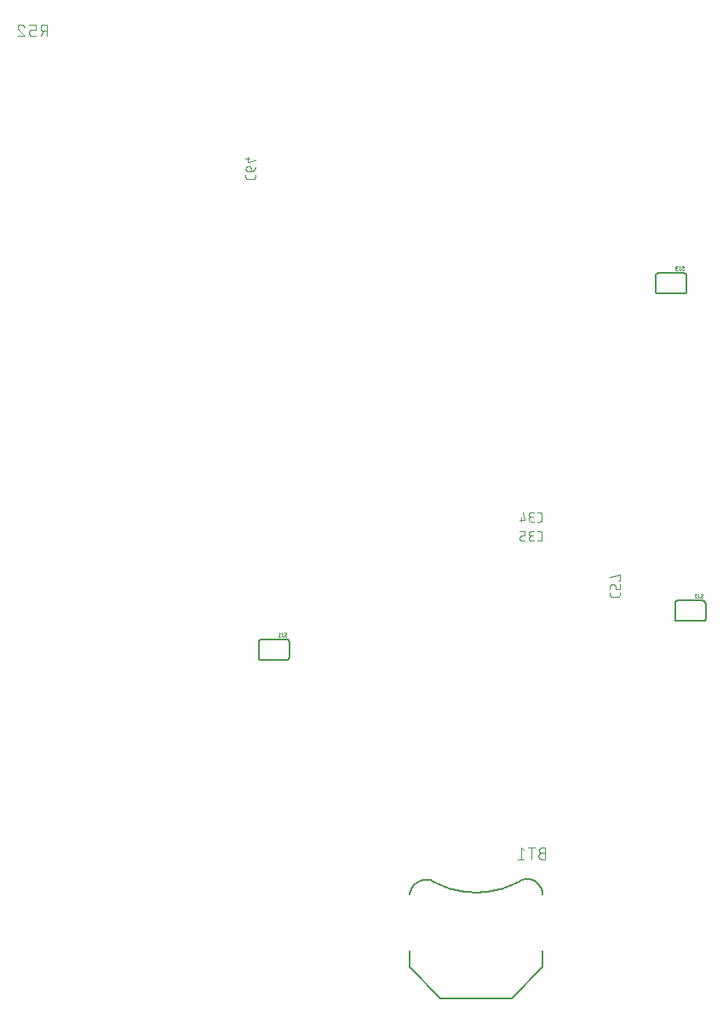
<source format=gbr>
G04 EAGLE Gerber RS-274X export*
G75*
%MOMM*%
%FSLAX34Y34*%
%LPD*%
%INSilkscreen Bottom*%
%IPPOS*%
%AMOC8*
5,1,8,0,0,1.08239X$1,22.5*%
G01*
%ADD10C,0.076200*%
%ADD11C,0.152400*%
%ADD12C,0.025400*%
%ADD13C,0.200000*%
%ADD14C,0.101600*%


D10*
X682505Y499651D02*
X684593Y499651D01*
X684682Y499653D01*
X684770Y499659D01*
X684858Y499668D01*
X684946Y499681D01*
X685033Y499698D01*
X685119Y499718D01*
X685204Y499743D01*
X685289Y499770D01*
X685372Y499802D01*
X685453Y499836D01*
X685533Y499875D01*
X685611Y499916D01*
X685688Y499961D01*
X685762Y500009D01*
X685835Y500060D01*
X685905Y500114D01*
X685972Y500172D01*
X686038Y500232D01*
X686100Y500294D01*
X686160Y500360D01*
X686218Y500427D01*
X686272Y500497D01*
X686323Y500570D01*
X686371Y500644D01*
X686416Y500721D01*
X686457Y500799D01*
X686496Y500879D01*
X686530Y500960D01*
X686562Y501043D01*
X686589Y501128D01*
X686614Y501213D01*
X686634Y501299D01*
X686651Y501386D01*
X686664Y501474D01*
X686673Y501562D01*
X686679Y501650D01*
X686681Y501739D01*
X686682Y501739D02*
X686682Y506961D01*
X686681Y506961D02*
X686679Y507050D01*
X686673Y507138D01*
X686664Y507226D01*
X686651Y507314D01*
X686634Y507401D01*
X686614Y507487D01*
X686589Y507572D01*
X686562Y507657D01*
X686530Y507740D01*
X686496Y507821D01*
X686457Y507901D01*
X686416Y507979D01*
X686371Y508056D01*
X686323Y508130D01*
X686272Y508203D01*
X686218Y508273D01*
X686160Y508340D01*
X686100Y508406D01*
X686038Y508468D01*
X685972Y508528D01*
X685905Y508586D01*
X685835Y508640D01*
X685762Y508691D01*
X685688Y508739D01*
X685611Y508784D01*
X685533Y508825D01*
X685453Y508864D01*
X685372Y508898D01*
X685289Y508930D01*
X685204Y508957D01*
X685119Y508982D01*
X685033Y509002D01*
X684946Y509019D01*
X684858Y509032D01*
X684770Y509041D01*
X684682Y509047D01*
X684593Y509049D01*
X682505Y509049D01*
X679036Y499651D02*
X676425Y499651D01*
X676324Y499653D01*
X676223Y499659D01*
X676122Y499669D01*
X676022Y499682D01*
X675922Y499700D01*
X675823Y499721D01*
X675725Y499747D01*
X675628Y499776D01*
X675532Y499808D01*
X675438Y499845D01*
X675345Y499885D01*
X675253Y499929D01*
X675164Y499976D01*
X675076Y500027D01*
X674990Y500081D01*
X674907Y500138D01*
X674825Y500198D01*
X674747Y500262D01*
X674670Y500328D01*
X674597Y500398D01*
X674526Y500470D01*
X674458Y500545D01*
X674393Y500623D01*
X674331Y500703D01*
X674272Y500785D01*
X674216Y500870D01*
X674164Y500957D01*
X674115Y501045D01*
X674069Y501136D01*
X674028Y501228D01*
X673989Y501322D01*
X673955Y501417D01*
X673924Y501513D01*
X673897Y501611D01*
X673873Y501709D01*
X673854Y501809D01*
X673838Y501909D01*
X673826Y502009D01*
X673818Y502110D01*
X673814Y502211D01*
X673814Y502313D01*
X673818Y502414D01*
X673826Y502515D01*
X673838Y502615D01*
X673854Y502715D01*
X673873Y502815D01*
X673897Y502913D01*
X673924Y503011D01*
X673955Y503107D01*
X673989Y503202D01*
X674028Y503296D01*
X674069Y503388D01*
X674115Y503479D01*
X674164Y503568D01*
X674216Y503654D01*
X674272Y503739D01*
X674331Y503821D01*
X674393Y503901D01*
X674458Y503979D01*
X674526Y504054D01*
X674597Y504126D01*
X674670Y504196D01*
X674747Y504262D01*
X674825Y504326D01*
X674907Y504386D01*
X674990Y504443D01*
X675076Y504497D01*
X675164Y504548D01*
X675253Y504595D01*
X675345Y504639D01*
X675438Y504679D01*
X675532Y504716D01*
X675628Y504748D01*
X675725Y504777D01*
X675823Y504803D01*
X675922Y504824D01*
X676022Y504842D01*
X676122Y504855D01*
X676223Y504865D01*
X676324Y504871D01*
X676425Y504873D01*
X675903Y509049D02*
X679036Y509049D01*
X675903Y509049D02*
X675813Y509047D01*
X675724Y509041D01*
X675634Y509032D01*
X675545Y509018D01*
X675457Y509001D01*
X675370Y508980D01*
X675283Y508955D01*
X675198Y508926D01*
X675114Y508894D01*
X675032Y508859D01*
X674951Y508819D01*
X674872Y508777D01*
X674795Y508731D01*
X674720Y508681D01*
X674647Y508629D01*
X674576Y508573D01*
X674508Y508515D01*
X674443Y508453D01*
X674380Y508389D01*
X674320Y508322D01*
X674263Y508253D01*
X674209Y508181D01*
X674158Y508107D01*
X674110Y508031D01*
X674066Y507953D01*
X674025Y507873D01*
X673987Y507791D01*
X673953Y507708D01*
X673923Y507623D01*
X673896Y507537D01*
X673873Y507451D01*
X673854Y507363D01*
X673839Y507274D01*
X673827Y507185D01*
X673819Y507096D01*
X673815Y507006D01*
X673815Y506916D01*
X673819Y506826D01*
X673827Y506737D01*
X673839Y506648D01*
X673854Y506559D01*
X673873Y506471D01*
X673896Y506385D01*
X673923Y506299D01*
X673953Y506214D01*
X673987Y506131D01*
X674025Y506049D01*
X674066Y505969D01*
X674110Y505891D01*
X674158Y505815D01*
X674209Y505741D01*
X674263Y505669D01*
X674320Y505600D01*
X674380Y505533D01*
X674443Y505469D01*
X674508Y505407D01*
X674576Y505349D01*
X674647Y505293D01*
X674720Y505241D01*
X674795Y505191D01*
X674872Y505145D01*
X674951Y505103D01*
X675032Y505063D01*
X675114Y505028D01*
X675198Y504996D01*
X675283Y504967D01*
X675370Y504942D01*
X675457Y504921D01*
X675545Y504904D01*
X675634Y504890D01*
X675724Y504881D01*
X675813Y504875D01*
X675903Y504873D01*
X675903Y504872D02*
X677992Y504872D01*
X669892Y501739D02*
X667803Y509049D01*
X669892Y501739D02*
X664671Y501739D01*
X666237Y503828D02*
X666237Y499651D01*
X682505Y480636D02*
X684593Y480636D01*
X684682Y480638D01*
X684770Y480644D01*
X684858Y480653D01*
X684946Y480666D01*
X685033Y480683D01*
X685119Y480703D01*
X685204Y480728D01*
X685289Y480755D01*
X685372Y480787D01*
X685453Y480821D01*
X685533Y480860D01*
X685611Y480901D01*
X685688Y480946D01*
X685762Y480994D01*
X685835Y481045D01*
X685905Y481099D01*
X685972Y481157D01*
X686038Y481217D01*
X686100Y481279D01*
X686160Y481345D01*
X686218Y481412D01*
X686272Y481482D01*
X686323Y481555D01*
X686371Y481629D01*
X686416Y481706D01*
X686457Y481784D01*
X686496Y481864D01*
X686530Y481945D01*
X686562Y482028D01*
X686589Y482113D01*
X686614Y482198D01*
X686634Y482284D01*
X686651Y482371D01*
X686664Y482459D01*
X686673Y482547D01*
X686679Y482635D01*
X686681Y482724D01*
X686682Y482724D02*
X686682Y487946D01*
X686681Y487946D02*
X686679Y488035D01*
X686673Y488123D01*
X686664Y488211D01*
X686651Y488299D01*
X686634Y488386D01*
X686614Y488472D01*
X686589Y488557D01*
X686562Y488642D01*
X686530Y488725D01*
X686496Y488806D01*
X686457Y488886D01*
X686416Y488964D01*
X686371Y489041D01*
X686323Y489115D01*
X686272Y489188D01*
X686218Y489258D01*
X686160Y489325D01*
X686100Y489391D01*
X686038Y489453D01*
X685972Y489513D01*
X685905Y489571D01*
X685835Y489625D01*
X685762Y489676D01*
X685688Y489724D01*
X685611Y489769D01*
X685533Y489810D01*
X685453Y489849D01*
X685372Y489883D01*
X685289Y489915D01*
X685204Y489942D01*
X685119Y489967D01*
X685033Y489987D01*
X684946Y490004D01*
X684858Y490017D01*
X684770Y490026D01*
X684682Y490032D01*
X684593Y490034D01*
X682505Y490034D01*
X679036Y480636D02*
X676425Y480636D01*
X676324Y480638D01*
X676223Y480644D01*
X676122Y480654D01*
X676022Y480667D01*
X675922Y480685D01*
X675823Y480706D01*
X675725Y480732D01*
X675628Y480761D01*
X675532Y480793D01*
X675438Y480830D01*
X675345Y480870D01*
X675253Y480914D01*
X675164Y480961D01*
X675076Y481012D01*
X674990Y481066D01*
X674907Y481123D01*
X674825Y481183D01*
X674747Y481247D01*
X674670Y481313D01*
X674597Y481383D01*
X674526Y481455D01*
X674458Y481530D01*
X674393Y481608D01*
X674331Y481688D01*
X674272Y481770D01*
X674216Y481855D01*
X674164Y481942D01*
X674115Y482030D01*
X674069Y482121D01*
X674028Y482213D01*
X673989Y482307D01*
X673955Y482402D01*
X673924Y482498D01*
X673897Y482596D01*
X673873Y482694D01*
X673854Y482794D01*
X673838Y482894D01*
X673826Y482994D01*
X673818Y483095D01*
X673814Y483196D01*
X673814Y483298D01*
X673818Y483399D01*
X673826Y483500D01*
X673838Y483600D01*
X673854Y483700D01*
X673873Y483800D01*
X673897Y483898D01*
X673924Y483996D01*
X673955Y484092D01*
X673989Y484187D01*
X674028Y484281D01*
X674069Y484373D01*
X674115Y484464D01*
X674164Y484553D01*
X674216Y484639D01*
X674272Y484724D01*
X674331Y484806D01*
X674393Y484886D01*
X674458Y484964D01*
X674526Y485039D01*
X674597Y485111D01*
X674670Y485181D01*
X674747Y485247D01*
X674825Y485311D01*
X674907Y485371D01*
X674990Y485428D01*
X675076Y485482D01*
X675164Y485533D01*
X675253Y485580D01*
X675345Y485624D01*
X675438Y485664D01*
X675532Y485701D01*
X675628Y485733D01*
X675725Y485762D01*
X675823Y485788D01*
X675922Y485809D01*
X676022Y485827D01*
X676122Y485840D01*
X676223Y485850D01*
X676324Y485856D01*
X676425Y485858D01*
X675903Y490034D02*
X679036Y490034D01*
X675903Y490034D02*
X675813Y490032D01*
X675724Y490026D01*
X675634Y490017D01*
X675545Y490003D01*
X675457Y489986D01*
X675370Y489965D01*
X675283Y489940D01*
X675198Y489911D01*
X675114Y489879D01*
X675032Y489844D01*
X674951Y489804D01*
X674872Y489762D01*
X674795Y489716D01*
X674720Y489666D01*
X674647Y489614D01*
X674576Y489558D01*
X674508Y489500D01*
X674443Y489438D01*
X674380Y489374D01*
X674320Y489307D01*
X674263Y489238D01*
X674209Y489166D01*
X674158Y489092D01*
X674110Y489016D01*
X674066Y488938D01*
X674025Y488858D01*
X673987Y488776D01*
X673953Y488693D01*
X673923Y488608D01*
X673896Y488522D01*
X673873Y488436D01*
X673854Y488348D01*
X673839Y488259D01*
X673827Y488170D01*
X673819Y488081D01*
X673815Y487991D01*
X673815Y487901D01*
X673819Y487811D01*
X673827Y487722D01*
X673839Y487633D01*
X673854Y487544D01*
X673873Y487456D01*
X673896Y487370D01*
X673923Y487284D01*
X673953Y487199D01*
X673987Y487116D01*
X674025Y487034D01*
X674066Y486954D01*
X674110Y486876D01*
X674158Y486800D01*
X674209Y486726D01*
X674263Y486654D01*
X674320Y486585D01*
X674380Y486518D01*
X674443Y486454D01*
X674508Y486392D01*
X674576Y486334D01*
X674647Y486278D01*
X674720Y486226D01*
X674795Y486176D01*
X674872Y486130D01*
X674951Y486088D01*
X675032Y486048D01*
X675114Y486013D01*
X675198Y485981D01*
X675283Y485952D01*
X675370Y485927D01*
X675457Y485906D01*
X675545Y485889D01*
X675634Y485875D01*
X675724Y485866D01*
X675813Y485860D01*
X675903Y485858D01*
X675903Y485857D02*
X677992Y485857D01*
X669892Y480636D02*
X666759Y480636D01*
X666670Y480638D01*
X666582Y480644D01*
X666494Y480653D01*
X666406Y480666D01*
X666319Y480683D01*
X666233Y480703D01*
X666148Y480728D01*
X666063Y480755D01*
X665980Y480787D01*
X665899Y480821D01*
X665819Y480860D01*
X665741Y480901D01*
X665664Y480946D01*
X665590Y480994D01*
X665517Y481045D01*
X665447Y481099D01*
X665380Y481157D01*
X665314Y481217D01*
X665252Y481279D01*
X665192Y481345D01*
X665134Y481412D01*
X665080Y481482D01*
X665029Y481555D01*
X664981Y481629D01*
X664936Y481706D01*
X664895Y481784D01*
X664856Y481864D01*
X664822Y481945D01*
X664790Y482028D01*
X664763Y482113D01*
X664738Y482198D01*
X664718Y482284D01*
X664701Y482371D01*
X664688Y482459D01*
X664679Y482547D01*
X664673Y482635D01*
X664671Y482724D01*
X664671Y483769D01*
X664673Y483858D01*
X664679Y483946D01*
X664688Y484034D01*
X664701Y484122D01*
X664718Y484209D01*
X664738Y484295D01*
X664763Y484380D01*
X664790Y484465D01*
X664822Y484548D01*
X664856Y484629D01*
X664895Y484709D01*
X664936Y484787D01*
X664981Y484864D01*
X665029Y484938D01*
X665080Y485011D01*
X665134Y485081D01*
X665192Y485148D01*
X665252Y485214D01*
X665314Y485276D01*
X665380Y485336D01*
X665447Y485394D01*
X665517Y485448D01*
X665590Y485499D01*
X665664Y485547D01*
X665741Y485592D01*
X665819Y485633D01*
X665899Y485672D01*
X665980Y485706D01*
X666063Y485738D01*
X666148Y485765D01*
X666233Y485790D01*
X666319Y485810D01*
X666406Y485827D01*
X666494Y485840D01*
X666582Y485849D01*
X666670Y485855D01*
X666759Y485857D01*
X669892Y485857D01*
X669892Y490034D01*
X664671Y490034D01*
X754611Y428988D02*
X754611Y426899D01*
X754613Y426810D01*
X754619Y426722D01*
X754628Y426634D01*
X754641Y426546D01*
X754658Y426459D01*
X754678Y426373D01*
X754703Y426288D01*
X754730Y426203D01*
X754762Y426120D01*
X754796Y426039D01*
X754835Y425959D01*
X754876Y425881D01*
X754921Y425804D01*
X754969Y425730D01*
X755020Y425657D01*
X755074Y425587D01*
X755132Y425520D01*
X755192Y425454D01*
X755254Y425392D01*
X755320Y425332D01*
X755387Y425274D01*
X755457Y425220D01*
X755530Y425169D01*
X755604Y425121D01*
X755681Y425076D01*
X755759Y425035D01*
X755839Y424996D01*
X755920Y424962D01*
X756003Y424930D01*
X756088Y424903D01*
X756173Y424878D01*
X756259Y424858D01*
X756346Y424841D01*
X756434Y424828D01*
X756522Y424819D01*
X756610Y424813D01*
X756699Y424811D01*
X761921Y424811D01*
X762012Y424813D01*
X762103Y424819D01*
X762194Y424829D01*
X762284Y424843D01*
X762373Y424860D01*
X762461Y424882D01*
X762549Y424908D01*
X762635Y424937D01*
X762720Y424970D01*
X762803Y425007D01*
X762885Y425047D01*
X762965Y425091D01*
X763043Y425138D01*
X763119Y425189D01*
X763192Y425242D01*
X763263Y425299D01*
X763332Y425360D01*
X763397Y425423D01*
X763460Y425488D01*
X763520Y425557D01*
X763578Y425628D01*
X763631Y425701D01*
X763682Y425777D01*
X763729Y425855D01*
X763773Y425935D01*
X763813Y426017D01*
X763850Y426100D01*
X763883Y426185D01*
X763912Y426271D01*
X763938Y426359D01*
X763960Y426447D01*
X763977Y426536D01*
X763991Y426626D01*
X764001Y426717D01*
X764007Y426808D01*
X764009Y426899D01*
X764009Y428988D01*
X754611Y432457D02*
X754611Y435589D01*
X754613Y435678D01*
X754619Y435766D01*
X754628Y435854D01*
X754641Y435942D01*
X754658Y436029D01*
X754678Y436115D01*
X754703Y436200D01*
X754730Y436285D01*
X754762Y436368D01*
X754796Y436449D01*
X754835Y436529D01*
X754876Y436607D01*
X754921Y436684D01*
X754969Y436758D01*
X755020Y436831D01*
X755074Y436901D01*
X755132Y436968D01*
X755192Y437034D01*
X755254Y437096D01*
X755320Y437156D01*
X755387Y437214D01*
X755457Y437268D01*
X755530Y437319D01*
X755604Y437367D01*
X755681Y437412D01*
X755759Y437453D01*
X755839Y437492D01*
X755920Y437526D01*
X756003Y437558D01*
X756088Y437585D01*
X756173Y437610D01*
X756259Y437630D01*
X756346Y437647D01*
X756434Y437660D01*
X756522Y437669D01*
X756610Y437675D01*
X756699Y437677D01*
X756699Y437678D02*
X757744Y437678D01*
X757744Y437677D02*
X757833Y437675D01*
X757921Y437669D01*
X758009Y437660D01*
X758097Y437647D01*
X758184Y437630D01*
X758270Y437610D01*
X758355Y437585D01*
X758440Y437558D01*
X758523Y437526D01*
X758604Y437492D01*
X758684Y437453D01*
X758762Y437412D01*
X758839Y437367D01*
X758913Y437319D01*
X758986Y437268D01*
X759056Y437214D01*
X759123Y437156D01*
X759189Y437096D01*
X759251Y437034D01*
X759311Y436968D01*
X759369Y436901D01*
X759423Y436831D01*
X759474Y436758D01*
X759522Y436684D01*
X759567Y436607D01*
X759608Y436529D01*
X759647Y436449D01*
X759681Y436368D01*
X759713Y436285D01*
X759740Y436200D01*
X759765Y436115D01*
X759785Y436029D01*
X759802Y435942D01*
X759815Y435854D01*
X759824Y435766D01*
X759830Y435678D01*
X759832Y435589D01*
X759832Y432457D01*
X764009Y432457D01*
X764009Y437678D01*
X764009Y441601D02*
X762965Y441601D01*
X764009Y441601D02*
X764009Y446822D01*
X754611Y444211D01*
D11*
X432975Y362690D02*
X407575Y362690D01*
X405035Y380470D02*
X405037Y380570D01*
X405043Y380669D01*
X405053Y380769D01*
X405066Y380867D01*
X405084Y380966D01*
X405105Y381063D01*
X405130Y381159D01*
X405159Y381255D01*
X405192Y381349D01*
X405228Y381442D01*
X405268Y381533D01*
X405312Y381623D01*
X405359Y381711D01*
X405409Y381797D01*
X405463Y381881D01*
X405520Y381963D01*
X405580Y382042D01*
X405644Y382120D01*
X405710Y382194D01*
X405779Y382266D01*
X405851Y382335D01*
X405925Y382401D01*
X406003Y382465D01*
X406082Y382525D01*
X406164Y382582D01*
X406248Y382636D01*
X406334Y382686D01*
X406422Y382733D01*
X406512Y382777D01*
X406603Y382817D01*
X406696Y382853D01*
X406790Y382886D01*
X406886Y382915D01*
X406982Y382940D01*
X407079Y382961D01*
X407178Y382979D01*
X407276Y382992D01*
X407376Y383002D01*
X407475Y383008D01*
X407575Y383010D01*
X432975Y383010D02*
X433075Y383008D01*
X433174Y383002D01*
X433274Y382992D01*
X433372Y382979D01*
X433471Y382961D01*
X433568Y382940D01*
X433664Y382915D01*
X433760Y382886D01*
X433854Y382853D01*
X433947Y382817D01*
X434038Y382777D01*
X434128Y382733D01*
X434216Y382686D01*
X434302Y382636D01*
X434386Y382582D01*
X434468Y382525D01*
X434547Y382465D01*
X434625Y382401D01*
X434699Y382335D01*
X434771Y382266D01*
X434840Y382194D01*
X434906Y382120D01*
X434970Y382042D01*
X435030Y381963D01*
X435087Y381881D01*
X435141Y381797D01*
X435191Y381711D01*
X435238Y381623D01*
X435282Y381533D01*
X435322Y381442D01*
X435358Y381349D01*
X435391Y381255D01*
X435420Y381159D01*
X435445Y381063D01*
X435466Y380966D01*
X435484Y380867D01*
X435497Y380769D01*
X435507Y380669D01*
X435513Y380570D01*
X435515Y380470D01*
X435515Y365230D02*
X435513Y365130D01*
X435507Y365031D01*
X435497Y364931D01*
X435484Y364833D01*
X435466Y364734D01*
X435445Y364637D01*
X435420Y364541D01*
X435391Y364445D01*
X435358Y364351D01*
X435322Y364258D01*
X435282Y364167D01*
X435238Y364077D01*
X435191Y363989D01*
X435141Y363903D01*
X435087Y363819D01*
X435030Y363737D01*
X434970Y363658D01*
X434906Y363580D01*
X434840Y363506D01*
X434771Y363434D01*
X434699Y363365D01*
X434625Y363299D01*
X434547Y363235D01*
X434468Y363175D01*
X434386Y363118D01*
X434302Y363064D01*
X434216Y363014D01*
X434128Y362967D01*
X434038Y362923D01*
X433947Y362883D01*
X433854Y362847D01*
X433760Y362814D01*
X433664Y362785D01*
X433568Y362760D01*
X433471Y362739D01*
X433372Y362721D01*
X433274Y362708D01*
X433174Y362698D01*
X433075Y362692D01*
X432975Y362690D01*
X407575Y362690D02*
X407475Y362692D01*
X407376Y362698D01*
X407276Y362708D01*
X407178Y362721D01*
X407079Y362739D01*
X406982Y362760D01*
X406886Y362785D01*
X406790Y362814D01*
X406696Y362847D01*
X406603Y362883D01*
X406512Y362923D01*
X406422Y362967D01*
X406334Y363014D01*
X406248Y363064D01*
X406164Y363118D01*
X406082Y363175D01*
X406003Y363235D01*
X405925Y363299D01*
X405851Y363365D01*
X405779Y363434D01*
X405710Y363506D01*
X405644Y363580D01*
X405580Y363658D01*
X405520Y363737D01*
X405463Y363819D01*
X405409Y363903D01*
X405359Y363989D01*
X405312Y364077D01*
X405268Y364167D01*
X405228Y364258D01*
X405192Y364351D01*
X405159Y364445D01*
X405130Y364541D01*
X405105Y364637D01*
X405084Y364734D01*
X405066Y364833D01*
X405053Y364931D01*
X405043Y365031D01*
X405037Y365130D01*
X405035Y365230D01*
X405035Y380470D01*
X435515Y380470D02*
X435515Y365230D01*
X432975Y383010D02*
X407575Y383010D01*
D12*
X430731Y386524D02*
X430733Y386469D01*
X430738Y386413D01*
X430747Y386359D01*
X430760Y386305D01*
X430776Y386252D01*
X430795Y386200D01*
X430818Y386149D01*
X430844Y386101D01*
X430874Y386053D01*
X430906Y386008D01*
X430941Y385966D01*
X430979Y385925D01*
X431020Y385887D01*
X431062Y385852D01*
X431107Y385820D01*
X431155Y385790D01*
X431203Y385764D01*
X431254Y385741D01*
X431306Y385722D01*
X431359Y385706D01*
X431413Y385693D01*
X431467Y385684D01*
X431523Y385679D01*
X431578Y385677D01*
X431661Y385679D01*
X431744Y385685D01*
X431826Y385694D01*
X431908Y385708D01*
X431990Y385725D01*
X432070Y385746D01*
X432149Y385771D01*
X432228Y385799D01*
X432304Y385831D01*
X432379Y385867D01*
X432453Y385905D01*
X432524Y385948D01*
X432594Y385993D01*
X432661Y386042D01*
X432726Y386094D01*
X432788Y386149D01*
X432848Y386206D01*
X432743Y388640D02*
X432741Y388695D01*
X432736Y388751D01*
X432727Y388805D01*
X432714Y388859D01*
X432698Y388912D01*
X432679Y388964D01*
X432656Y389015D01*
X432630Y389064D01*
X432600Y389111D01*
X432568Y389156D01*
X432533Y389198D01*
X432495Y389239D01*
X432454Y389277D01*
X432412Y389312D01*
X432367Y389344D01*
X432320Y389374D01*
X432271Y389400D01*
X432220Y389423D01*
X432168Y389442D01*
X432115Y389458D01*
X432061Y389471D01*
X432007Y389480D01*
X431951Y389485D01*
X431896Y389487D01*
X431896Y389488D02*
X431817Y389486D01*
X431739Y389480D01*
X431661Y389471D01*
X431584Y389457D01*
X431507Y389440D01*
X431431Y389418D01*
X431357Y389394D01*
X431283Y389365D01*
X431212Y389333D01*
X431142Y389297D01*
X431073Y389258D01*
X431007Y389216D01*
X430943Y389170D01*
X432319Y387899D02*
X432366Y387929D01*
X432411Y387962D01*
X432454Y387998D01*
X432494Y388036D01*
X432532Y388077D01*
X432567Y388120D01*
X432599Y388166D01*
X432629Y388213D01*
X432655Y388263D01*
X432678Y388314D01*
X432697Y388366D01*
X432713Y388419D01*
X432726Y388474D01*
X432735Y388529D01*
X432740Y388584D01*
X432742Y388640D01*
X431154Y387265D02*
X431107Y387235D01*
X431062Y387202D01*
X431019Y387166D01*
X430979Y387128D01*
X430941Y387087D01*
X430906Y387044D01*
X430874Y386998D01*
X430844Y386951D01*
X430818Y386901D01*
X430795Y386850D01*
X430776Y386798D01*
X430760Y386745D01*
X430747Y386690D01*
X430738Y386635D01*
X430733Y386580D01*
X430731Y386524D01*
X431155Y387265D02*
X432319Y387900D01*
X428402Y386524D02*
X428402Y389487D01*
X428401Y386524D02*
X428403Y386469D01*
X428408Y386413D01*
X428417Y386359D01*
X428430Y386305D01*
X428446Y386252D01*
X428465Y386200D01*
X428488Y386149D01*
X428514Y386101D01*
X428544Y386053D01*
X428576Y386008D01*
X428611Y385966D01*
X428649Y385925D01*
X428690Y385887D01*
X428732Y385852D01*
X428777Y385820D01*
X428825Y385790D01*
X428873Y385764D01*
X428924Y385741D01*
X428976Y385722D01*
X429029Y385706D01*
X429083Y385693D01*
X429137Y385684D01*
X429193Y385679D01*
X429248Y385677D01*
X429672Y385677D01*
X426752Y388640D02*
X425694Y389487D01*
X425694Y385677D01*
X426752Y385677D02*
X424635Y385677D01*
D13*
X687400Y73825D02*
X687400Y57725D01*
X657050Y26175D01*
X585650Y26175D01*
X555300Y57725D01*
X555300Y73825D01*
X576450Y143625D02*
X578357Y142555D01*
X580290Y141531D01*
X582247Y140555D01*
X584227Y139627D01*
X586229Y138747D01*
X588252Y137916D01*
X590294Y137135D01*
X592355Y136404D01*
X594434Y135723D01*
X596528Y135093D01*
X598637Y134514D01*
X600759Y133987D01*
X602894Y133511D01*
X605039Y133088D01*
X607194Y132717D01*
X609358Y132398D01*
X611528Y132133D01*
X613705Y131920D01*
X615886Y131760D01*
X618070Y131654D01*
X620257Y131601D01*
X622443Y131601D01*
X624630Y131654D01*
X626814Y131760D01*
X628995Y131920D01*
X631172Y132133D01*
X633342Y132398D01*
X635506Y132717D01*
X637661Y133088D01*
X639806Y133511D01*
X641941Y133987D01*
X644063Y134514D01*
X646172Y135093D01*
X648266Y135723D01*
X650345Y136404D01*
X652406Y137135D01*
X654448Y137916D01*
X656471Y138747D01*
X658473Y139627D01*
X660453Y140555D01*
X662410Y141531D01*
X664343Y142555D01*
X666250Y143625D01*
X576450Y143625D02*
X576064Y143735D01*
X575676Y143835D01*
X575285Y143925D01*
X574891Y144006D01*
X574497Y144077D01*
X574100Y144139D01*
X573702Y144191D01*
X573303Y144234D01*
X572903Y144267D01*
X572503Y144290D01*
X572102Y144303D01*
X571700Y144307D01*
X571299Y144301D01*
X570898Y144285D01*
X570498Y144260D01*
X570098Y144224D01*
X569699Y144180D01*
X569301Y144125D01*
X568905Y144061D01*
X568511Y143987D01*
X568118Y143904D01*
X567728Y143811D01*
X567340Y143709D01*
X566954Y143597D01*
X566572Y143477D01*
X566192Y143346D01*
X565816Y143207D01*
X565443Y143059D01*
X565074Y142902D01*
X564708Y142735D01*
X564347Y142560D01*
X563991Y142376D01*
X563638Y142184D01*
X563291Y141983D01*
X562948Y141774D01*
X562611Y141557D01*
X562279Y141331D01*
X561953Y141098D01*
X561632Y140856D01*
X561318Y140607D01*
X561009Y140351D01*
X560707Y140087D01*
X560411Y139815D01*
X560122Y139537D01*
X559840Y139252D01*
X559565Y138960D01*
X559297Y138661D01*
X559036Y138356D01*
X558783Y138045D01*
X558537Y137727D01*
X558299Y137404D01*
X558069Y137075D01*
X557847Y136741D01*
X557633Y136401D01*
X557428Y136057D01*
X557231Y135707D01*
X557042Y135353D01*
X556862Y134994D01*
X556691Y134631D01*
X556529Y134264D01*
X556375Y133893D01*
X556231Y133519D01*
X556096Y133141D01*
X555970Y132760D01*
X555853Y132376D01*
X555746Y131990D01*
X555648Y131600D01*
X555559Y131209D01*
X555480Y130816D01*
X555410Y130420D01*
X555351Y130024D01*
X555300Y129625D01*
X666150Y143626D02*
X666489Y143770D01*
X666832Y143905D01*
X667177Y144033D01*
X667526Y144152D01*
X667877Y144262D01*
X668231Y144364D01*
X668587Y144457D01*
X668946Y144542D01*
X669306Y144617D01*
X669669Y144684D01*
X670032Y144743D01*
X670397Y144792D01*
X670763Y144832D01*
X671130Y144864D01*
X671498Y144887D01*
X671866Y144900D01*
X672234Y144905D01*
X672603Y144901D01*
X672971Y144888D01*
X673338Y144866D01*
X673705Y144834D01*
X674071Y144795D01*
X674437Y144746D01*
X674800Y144688D01*
X675163Y144622D01*
X675523Y144546D01*
X675882Y144462D01*
X676238Y144369D01*
X676592Y144268D01*
X676944Y144158D01*
X677293Y144040D01*
X677638Y143913D01*
X677981Y143778D01*
X678320Y143634D01*
X678656Y143482D01*
X678988Y143323D01*
X679315Y143155D01*
X679639Y142979D01*
X679958Y142795D01*
X680273Y142604D01*
X680583Y142405D01*
X680888Y142199D01*
X681188Y141985D01*
X681483Y141764D01*
X681772Y141536D01*
X682056Y141301D01*
X682334Y141059D01*
X682605Y140811D01*
X682871Y140556D01*
X683131Y140294D01*
X683384Y140027D01*
X683630Y139753D01*
X683870Y139473D01*
X684103Y139188D01*
X684329Y138897D01*
X684547Y138601D01*
X684759Y138299D01*
X684963Y137993D01*
X685160Y137681D01*
X685348Y137365D01*
X685530Y137044D01*
X685703Y136719D01*
X685868Y136390D01*
X686026Y136057D01*
X686175Y135721D01*
X686316Y135380D01*
X686449Y135037D01*
X686573Y134690D01*
X686689Y134340D01*
X686796Y133988D01*
X686895Y133633D01*
X686985Y133276D01*
X687066Y132917D01*
X687139Y132556D01*
X687203Y132193D01*
X687258Y131829D01*
X687304Y131463D01*
X687341Y131097D01*
X687369Y130730D01*
X687389Y130362D01*
X687399Y129994D01*
X687400Y129625D01*
X555300Y73825D02*
X555250Y70825D01*
D14*
X686646Y170982D02*
X689894Y170982D01*
X686646Y170982D02*
X686534Y170980D01*
X686422Y170974D01*
X686310Y170965D01*
X686199Y170951D01*
X686088Y170934D01*
X685978Y170913D01*
X685869Y170888D01*
X685760Y170859D01*
X685653Y170826D01*
X685547Y170790D01*
X685442Y170751D01*
X685339Y170707D01*
X685237Y170660D01*
X685137Y170610D01*
X685038Y170556D01*
X684942Y170499D01*
X684847Y170439D01*
X684755Y170375D01*
X684665Y170308D01*
X684577Y170238D01*
X684492Y170165D01*
X684410Y170089D01*
X684330Y170011D01*
X684252Y169929D01*
X684178Y169846D01*
X684107Y169759D01*
X684038Y169670D01*
X683973Y169579D01*
X683911Y169486D01*
X683852Y169390D01*
X683797Y169293D01*
X683744Y169194D01*
X683696Y169093D01*
X683651Y168990D01*
X683609Y168886D01*
X683571Y168780D01*
X683537Y168673D01*
X683506Y168566D01*
X683479Y168457D01*
X683456Y168347D01*
X683437Y168237D01*
X683422Y168126D01*
X683410Y168014D01*
X683402Y167902D01*
X683398Y167790D01*
X683398Y167678D01*
X683402Y167566D01*
X683410Y167454D01*
X683422Y167342D01*
X683437Y167231D01*
X683456Y167121D01*
X683479Y167011D01*
X683506Y166902D01*
X683537Y166795D01*
X683571Y166688D01*
X683609Y166582D01*
X683651Y166478D01*
X683696Y166375D01*
X683744Y166274D01*
X683797Y166175D01*
X683852Y166078D01*
X683911Y165982D01*
X683973Y165889D01*
X684038Y165798D01*
X684107Y165709D01*
X684178Y165622D01*
X684252Y165539D01*
X684330Y165457D01*
X684410Y165379D01*
X684492Y165303D01*
X684577Y165230D01*
X684665Y165160D01*
X684755Y165093D01*
X684847Y165029D01*
X684942Y164969D01*
X685038Y164912D01*
X685137Y164858D01*
X685237Y164808D01*
X685339Y164761D01*
X685442Y164717D01*
X685547Y164678D01*
X685653Y164642D01*
X685760Y164609D01*
X685869Y164580D01*
X685978Y164555D01*
X686088Y164534D01*
X686199Y164517D01*
X686310Y164503D01*
X686422Y164494D01*
X686534Y164488D01*
X686646Y164486D01*
X689894Y164486D01*
X689894Y176179D01*
X686646Y176179D01*
X686646Y176180D02*
X686545Y176178D01*
X686445Y176172D01*
X686344Y176162D01*
X686244Y176149D01*
X686145Y176131D01*
X686047Y176110D01*
X685949Y176085D01*
X685852Y176056D01*
X685757Y176023D01*
X685663Y175987D01*
X685571Y175947D01*
X685480Y175904D01*
X685390Y175857D01*
X685303Y175806D01*
X685218Y175752D01*
X685135Y175695D01*
X685054Y175635D01*
X684975Y175572D01*
X684899Y175506D01*
X684826Y175437D01*
X684756Y175365D01*
X684688Y175290D01*
X684623Y175213D01*
X684561Y175133D01*
X684503Y175051D01*
X684447Y174967D01*
X684395Y174881D01*
X684347Y174792D01*
X684301Y174702D01*
X684260Y174610D01*
X684221Y174517D01*
X684187Y174422D01*
X684156Y174326D01*
X684129Y174229D01*
X684106Y174131D01*
X684086Y174032D01*
X684071Y173933D01*
X684059Y173833D01*
X684051Y173732D01*
X684047Y173631D01*
X684047Y173531D01*
X684051Y173430D01*
X684059Y173329D01*
X684071Y173229D01*
X684086Y173130D01*
X684106Y173031D01*
X684129Y172933D01*
X684156Y172836D01*
X684187Y172740D01*
X684221Y172645D01*
X684260Y172552D01*
X684301Y172460D01*
X684347Y172370D01*
X684395Y172282D01*
X684447Y172195D01*
X684503Y172111D01*
X684561Y172029D01*
X684623Y171949D01*
X684688Y171872D01*
X684756Y171797D01*
X684826Y171725D01*
X684899Y171656D01*
X684975Y171590D01*
X685054Y171527D01*
X685135Y171467D01*
X685218Y171410D01*
X685303Y171356D01*
X685390Y171305D01*
X685480Y171258D01*
X685571Y171215D01*
X685663Y171175D01*
X685757Y171139D01*
X685852Y171106D01*
X685949Y171077D01*
X686047Y171052D01*
X686145Y171031D01*
X686244Y171013D01*
X686344Y171000D01*
X686445Y170990D01*
X686545Y170984D01*
X686646Y170982D01*
X676520Y176179D02*
X676520Y164486D01*
X679769Y176179D02*
X673272Y176179D01*
X669093Y173581D02*
X665844Y176179D01*
X665844Y164486D01*
X662596Y164486D02*
X669093Y164486D01*
D11*
X821525Y401003D02*
X846925Y401003D01*
X821525Y421323D02*
X821425Y421321D01*
X821326Y421315D01*
X821226Y421305D01*
X821128Y421292D01*
X821029Y421274D01*
X820932Y421253D01*
X820836Y421228D01*
X820740Y421199D01*
X820646Y421166D01*
X820553Y421130D01*
X820462Y421090D01*
X820372Y421046D01*
X820284Y420999D01*
X820198Y420949D01*
X820114Y420895D01*
X820032Y420838D01*
X819953Y420778D01*
X819875Y420714D01*
X819801Y420648D01*
X819729Y420579D01*
X819660Y420507D01*
X819594Y420433D01*
X819530Y420355D01*
X819470Y420276D01*
X819413Y420194D01*
X819359Y420110D01*
X819309Y420024D01*
X819262Y419936D01*
X819218Y419846D01*
X819178Y419755D01*
X819142Y419662D01*
X819109Y419568D01*
X819080Y419472D01*
X819055Y419376D01*
X819034Y419279D01*
X819016Y419180D01*
X819003Y419082D01*
X818993Y418982D01*
X818987Y418883D01*
X818985Y418783D01*
X846925Y421323D02*
X847025Y421321D01*
X847124Y421315D01*
X847224Y421305D01*
X847322Y421292D01*
X847421Y421274D01*
X847518Y421253D01*
X847614Y421228D01*
X847710Y421199D01*
X847804Y421166D01*
X847897Y421130D01*
X847988Y421090D01*
X848078Y421046D01*
X848166Y420999D01*
X848252Y420949D01*
X848336Y420895D01*
X848418Y420838D01*
X848497Y420778D01*
X848575Y420714D01*
X848649Y420648D01*
X848721Y420579D01*
X848790Y420507D01*
X848856Y420433D01*
X848920Y420355D01*
X848980Y420276D01*
X849037Y420194D01*
X849091Y420110D01*
X849141Y420024D01*
X849188Y419936D01*
X849232Y419846D01*
X849272Y419755D01*
X849308Y419662D01*
X849341Y419568D01*
X849370Y419472D01*
X849395Y419376D01*
X849416Y419279D01*
X849434Y419180D01*
X849447Y419082D01*
X849457Y418982D01*
X849463Y418883D01*
X849465Y418783D01*
X849465Y403543D02*
X849463Y403443D01*
X849457Y403344D01*
X849447Y403244D01*
X849434Y403146D01*
X849416Y403047D01*
X849395Y402950D01*
X849370Y402854D01*
X849341Y402758D01*
X849308Y402664D01*
X849272Y402571D01*
X849232Y402480D01*
X849188Y402390D01*
X849141Y402302D01*
X849091Y402216D01*
X849037Y402132D01*
X848980Y402050D01*
X848920Y401971D01*
X848856Y401893D01*
X848790Y401819D01*
X848721Y401747D01*
X848649Y401678D01*
X848575Y401612D01*
X848497Y401548D01*
X848418Y401488D01*
X848336Y401431D01*
X848252Y401377D01*
X848166Y401327D01*
X848078Y401280D01*
X847988Y401236D01*
X847897Y401196D01*
X847804Y401160D01*
X847710Y401127D01*
X847614Y401098D01*
X847518Y401073D01*
X847421Y401052D01*
X847322Y401034D01*
X847224Y401021D01*
X847124Y401011D01*
X847025Y401005D01*
X846925Y401003D01*
X821525Y401003D02*
X821425Y401005D01*
X821326Y401011D01*
X821226Y401021D01*
X821128Y401034D01*
X821029Y401052D01*
X820932Y401073D01*
X820836Y401098D01*
X820740Y401127D01*
X820646Y401160D01*
X820553Y401196D01*
X820462Y401236D01*
X820372Y401280D01*
X820284Y401327D01*
X820198Y401377D01*
X820114Y401431D01*
X820032Y401488D01*
X819953Y401548D01*
X819875Y401612D01*
X819801Y401678D01*
X819729Y401747D01*
X819660Y401819D01*
X819594Y401893D01*
X819530Y401971D01*
X819470Y402050D01*
X819413Y402132D01*
X819359Y402216D01*
X819309Y402302D01*
X819262Y402390D01*
X819218Y402480D01*
X819178Y402571D01*
X819142Y402664D01*
X819109Y402758D01*
X819080Y402854D01*
X819055Y402950D01*
X819034Y403047D01*
X819016Y403146D01*
X819003Y403244D01*
X818993Y403344D01*
X818987Y403443D01*
X818985Y403543D01*
X818985Y418783D01*
X849465Y418783D02*
X849465Y403543D01*
X846925Y421323D02*
X821525Y421323D01*
D12*
X844681Y424836D02*
X844683Y424781D01*
X844688Y424725D01*
X844697Y424671D01*
X844710Y424617D01*
X844726Y424564D01*
X844745Y424512D01*
X844768Y424461D01*
X844794Y424413D01*
X844824Y424365D01*
X844856Y424320D01*
X844891Y424278D01*
X844929Y424237D01*
X844970Y424199D01*
X845012Y424164D01*
X845057Y424132D01*
X845105Y424102D01*
X845153Y424076D01*
X845204Y424053D01*
X845256Y424034D01*
X845309Y424018D01*
X845363Y424005D01*
X845417Y423996D01*
X845473Y423991D01*
X845528Y423989D01*
X845611Y423991D01*
X845694Y423997D01*
X845776Y424006D01*
X845858Y424020D01*
X845940Y424037D01*
X846020Y424058D01*
X846099Y424083D01*
X846178Y424111D01*
X846254Y424143D01*
X846329Y424179D01*
X846403Y424217D01*
X846474Y424260D01*
X846544Y424305D01*
X846611Y424354D01*
X846676Y424406D01*
X846738Y424461D01*
X846798Y424518D01*
X846693Y426953D02*
X846691Y427008D01*
X846686Y427064D01*
X846677Y427118D01*
X846664Y427172D01*
X846648Y427225D01*
X846629Y427277D01*
X846606Y427328D01*
X846580Y427377D01*
X846550Y427424D01*
X846518Y427469D01*
X846483Y427511D01*
X846445Y427552D01*
X846404Y427590D01*
X846362Y427625D01*
X846317Y427657D01*
X846270Y427687D01*
X846221Y427713D01*
X846170Y427736D01*
X846118Y427755D01*
X846065Y427771D01*
X846011Y427784D01*
X845957Y427793D01*
X845901Y427798D01*
X845846Y427800D01*
X845767Y427798D01*
X845689Y427792D01*
X845611Y427783D01*
X845534Y427769D01*
X845457Y427752D01*
X845381Y427730D01*
X845307Y427706D01*
X845233Y427677D01*
X845162Y427645D01*
X845092Y427609D01*
X845023Y427570D01*
X844957Y427528D01*
X844893Y427482D01*
X846269Y426212D02*
X846316Y426242D01*
X846361Y426275D01*
X846404Y426311D01*
X846444Y426349D01*
X846482Y426390D01*
X846517Y426433D01*
X846549Y426479D01*
X846579Y426526D01*
X846605Y426576D01*
X846628Y426627D01*
X846647Y426679D01*
X846663Y426732D01*
X846676Y426787D01*
X846685Y426842D01*
X846690Y426897D01*
X846692Y426953D01*
X845104Y425577D02*
X845057Y425547D01*
X845012Y425514D01*
X844969Y425478D01*
X844929Y425440D01*
X844891Y425399D01*
X844856Y425356D01*
X844824Y425310D01*
X844794Y425263D01*
X844768Y425213D01*
X844745Y425162D01*
X844726Y425110D01*
X844710Y425057D01*
X844697Y425002D01*
X844688Y424947D01*
X844683Y424892D01*
X844681Y424836D01*
X845105Y425577D02*
X846269Y426212D01*
X842352Y424836D02*
X842352Y427800D01*
X842351Y424836D02*
X842353Y424781D01*
X842358Y424725D01*
X842367Y424671D01*
X842380Y424617D01*
X842396Y424564D01*
X842415Y424512D01*
X842438Y424461D01*
X842464Y424413D01*
X842494Y424365D01*
X842526Y424320D01*
X842561Y424278D01*
X842599Y424237D01*
X842640Y424199D01*
X842682Y424164D01*
X842727Y424132D01*
X842775Y424102D01*
X842823Y424076D01*
X842874Y424053D01*
X842926Y424034D01*
X842979Y424018D01*
X843033Y424005D01*
X843087Y423996D01*
X843143Y423991D01*
X843198Y423989D01*
X843198Y423990D02*
X843622Y423990D01*
X839538Y427800D02*
X839478Y427798D01*
X839419Y427792D01*
X839359Y427783D01*
X839301Y427770D01*
X839244Y427753D01*
X839187Y427733D01*
X839132Y427709D01*
X839079Y427682D01*
X839027Y427652D01*
X838978Y427618D01*
X838931Y427581D01*
X838886Y427542D01*
X838843Y427499D01*
X838804Y427454D01*
X838767Y427407D01*
X838733Y427358D01*
X838703Y427306D01*
X838676Y427253D01*
X838652Y427198D01*
X838632Y427141D01*
X838615Y427084D01*
X838602Y427026D01*
X838593Y426966D01*
X838587Y426907D01*
X838585Y426847D01*
X839538Y427800D02*
X839605Y427798D01*
X839672Y427793D01*
X839738Y427784D01*
X839804Y427771D01*
X839868Y427755D01*
X839932Y427735D01*
X839995Y427711D01*
X840057Y427685D01*
X840116Y427655D01*
X840174Y427622D01*
X840231Y427585D01*
X840285Y427546D01*
X840337Y427504D01*
X840386Y427459D01*
X840433Y427411D01*
X840477Y427361D01*
X840519Y427308D01*
X840557Y427253D01*
X840593Y427197D01*
X840625Y427138D01*
X840654Y427078D01*
X840680Y427016D01*
X840702Y426953D01*
X838903Y426106D02*
X838862Y426148D01*
X838823Y426193D01*
X838786Y426239D01*
X838752Y426288D01*
X838721Y426338D01*
X838694Y426390D01*
X838669Y426444D01*
X838647Y426499D01*
X838628Y426555D01*
X838613Y426612D01*
X838601Y426670D01*
X838593Y426729D01*
X838588Y426788D01*
X838586Y426847D01*
X838903Y426106D02*
X840702Y423990D01*
X838585Y423990D01*
D11*
X827875Y726440D02*
X802475Y726440D01*
X799935Y744220D02*
X799937Y744320D01*
X799943Y744419D01*
X799953Y744519D01*
X799966Y744617D01*
X799984Y744716D01*
X800005Y744813D01*
X800030Y744909D01*
X800059Y745005D01*
X800092Y745099D01*
X800128Y745192D01*
X800168Y745283D01*
X800212Y745373D01*
X800259Y745461D01*
X800309Y745547D01*
X800363Y745631D01*
X800420Y745713D01*
X800480Y745792D01*
X800544Y745870D01*
X800610Y745944D01*
X800679Y746016D01*
X800751Y746085D01*
X800825Y746151D01*
X800903Y746215D01*
X800982Y746275D01*
X801064Y746332D01*
X801148Y746386D01*
X801234Y746436D01*
X801322Y746483D01*
X801412Y746527D01*
X801503Y746567D01*
X801596Y746603D01*
X801690Y746636D01*
X801786Y746665D01*
X801882Y746690D01*
X801979Y746711D01*
X802078Y746729D01*
X802176Y746742D01*
X802276Y746752D01*
X802375Y746758D01*
X802475Y746760D01*
X827875Y746760D02*
X827975Y746758D01*
X828074Y746752D01*
X828174Y746742D01*
X828272Y746729D01*
X828371Y746711D01*
X828468Y746690D01*
X828564Y746665D01*
X828660Y746636D01*
X828754Y746603D01*
X828847Y746567D01*
X828938Y746527D01*
X829028Y746483D01*
X829116Y746436D01*
X829202Y746386D01*
X829286Y746332D01*
X829368Y746275D01*
X829447Y746215D01*
X829525Y746151D01*
X829599Y746085D01*
X829671Y746016D01*
X829740Y745944D01*
X829806Y745870D01*
X829870Y745792D01*
X829930Y745713D01*
X829987Y745631D01*
X830041Y745547D01*
X830091Y745461D01*
X830138Y745373D01*
X830182Y745283D01*
X830222Y745192D01*
X830258Y745099D01*
X830291Y745005D01*
X830320Y744909D01*
X830345Y744813D01*
X830366Y744716D01*
X830384Y744617D01*
X830397Y744519D01*
X830407Y744419D01*
X830413Y744320D01*
X830415Y744220D01*
X830415Y728980D02*
X830413Y728880D01*
X830407Y728781D01*
X830397Y728681D01*
X830384Y728583D01*
X830366Y728484D01*
X830345Y728387D01*
X830320Y728291D01*
X830291Y728195D01*
X830258Y728101D01*
X830222Y728008D01*
X830182Y727917D01*
X830138Y727827D01*
X830091Y727739D01*
X830041Y727653D01*
X829987Y727569D01*
X829930Y727487D01*
X829870Y727408D01*
X829806Y727330D01*
X829740Y727256D01*
X829671Y727184D01*
X829599Y727115D01*
X829525Y727049D01*
X829447Y726985D01*
X829368Y726925D01*
X829286Y726868D01*
X829202Y726814D01*
X829116Y726764D01*
X829028Y726717D01*
X828938Y726673D01*
X828847Y726633D01*
X828754Y726597D01*
X828660Y726564D01*
X828564Y726535D01*
X828468Y726510D01*
X828371Y726489D01*
X828272Y726471D01*
X828174Y726458D01*
X828074Y726448D01*
X827975Y726442D01*
X827875Y726440D01*
X802475Y726440D02*
X802375Y726442D01*
X802276Y726448D01*
X802176Y726458D01*
X802078Y726471D01*
X801979Y726489D01*
X801882Y726510D01*
X801786Y726535D01*
X801690Y726564D01*
X801596Y726597D01*
X801503Y726633D01*
X801412Y726673D01*
X801322Y726717D01*
X801234Y726764D01*
X801148Y726814D01*
X801064Y726868D01*
X800982Y726925D01*
X800903Y726985D01*
X800825Y727049D01*
X800751Y727115D01*
X800679Y727184D01*
X800610Y727256D01*
X800544Y727330D01*
X800480Y727408D01*
X800420Y727487D01*
X800363Y727569D01*
X800309Y727653D01*
X800259Y727739D01*
X800212Y727827D01*
X800168Y727917D01*
X800128Y728008D01*
X800092Y728101D01*
X800059Y728195D01*
X800030Y728291D01*
X800005Y728387D01*
X799984Y728484D01*
X799966Y728583D01*
X799953Y728681D01*
X799943Y728781D01*
X799937Y728880D01*
X799935Y728980D01*
X799935Y744220D01*
X830415Y744220D02*
X830415Y728980D01*
X827875Y746760D02*
X802475Y746760D01*
D12*
X825631Y750274D02*
X825633Y750219D01*
X825638Y750163D01*
X825647Y750109D01*
X825660Y750055D01*
X825676Y750002D01*
X825695Y749950D01*
X825718Y749899D01*
X825744Y749851D01*
X825774Y749803D01*
X825806Y749758D01*
X825841Y749716D01*
X825879Y749675D01*
X825920Y749637D01*
X825962Y749602D01*
X826007Y749570D01*
X826055Y749540D01*
X826103Y749514D01*
X826154Y749491D01*
X826206Y749472D01*
X826259Y749456D01*
X826313Y749443D01*
X826367Y749434D01*
X826423Y749429D01*
X826478Y749427D01*
X826561Y749429D01*
X826644Y749435D01*
X826726Y749444D01*
X826808Y749458D01*
X826890Y749475D01*
X826970Y749496D01*
X827049Y749521D01*
X827128Y749549D01*
X827204Y749581D01*
X827279Y749617D01*
X827353Y749655D01*
X827424Y749698D01*
X827494Y749743D01*
X827561Y749792D01*
X827626Y749844D01*
X827688Y749899D01*
X827748Y749956D01*
X827643Y752390D02*
X827641Y752445D01*
X827636Y752501D01*
X827627Y752555D01*
X827614Y752609D01*
X827598Y752662D01*
X827579Y752714D01*
X827556Y752765D01*
X827530Y752814D01*
X827500Y752861D01*
X827468Y752906D01*
X827433Y752948D01*
X827395Y752989D01*
X827354Y753027D01*
X827312Y753062D01*
X827267Y753094D01*
X827220Y753124D01*
X827171Y753150D01*
X827120Y753173D01*
X827068Y753192D01*
X827015Y753208D01*
X826961Y753221D01*
X826907Y753230D01*
X826851Y753235D01*
X826796Y753237D01*
X826796Y753238D02*
X826717Y753236D01*
X826639Y753230D01*
X826561Y753221D01*
X826484Y753207D01*
X826407Y753190D01*
X826331Y753168D01*
X826257Y753144D01*
X826183Y753115D01*
X826112Y753083D01*
X826042Y753047D01*
X825973Y753008D01*
X825907Y752966D01*
X825843Y752920D01*
X827219Y751649D02*
X827266Y751679D01*
X827311Y751712D01*
X827354Y751748D01*
X827394Y751786D01*
X827432Y751827D01*
X827467Y751870D01*
X827499Y751916D01*
X827529Y751963D01*
X827555Y752013D01*
X827578Y752064D01*
X827597Y752116D01*
X827613Y752169D01*
X827626Y752224D01*
X827635Y752279D01*
X827640Y752334D01*
X827642Y752390D01*
X826054Y751015D02*
X826007Y750985D01*
X825962Y750952D01*
X825919Y750916D01*
X825879Y750878D01*
X825841Y750837D01*
X825806Y750794D01*
X825774Y750748D01*
X825744Y750701D01*
X825718Y750651D01*
X825695Y750600D01*
X825676Y750548D01*
X825660Y750495D01*
X825647Y750440D01*
X825638Y750385D01*
X825633Y750330D01*
X825631Y750274D01*
X826055Y751015D02*
X827219Y751650D01*
X823302Y750274D02*
X823302Y753237D01*
X823301Y750274D02*
X823303Y750219D01*
X823308Y750163D01*
X823317Y750109D01*
X823330Y750055D01*
X823346Y750002D01*
X823365Y749950D01*
X823388Y749899D01*
X823414Y749851D01*
X823444Y749803D01*
X823476Y749758D01*
X823511Y749716D01*
X823549Y749675D01*
X823590Y749637D01*
X823632Y749602D01*
X823677Y749570D01*
X823725Y749540D01*
X823773Y749514D01*
X823824Y749491D01*
X823876Y749472D01*
X823929Y749456D01*
X823983Y749443D01*
X824037Y749434D01*
X824093Y749429D01*
X824148Y749427D01*
X824572Y749427D01*
X821652Y749427D02*
X820594Y749427D01*
X820530Y749429D01*
X820466Y749435D01*
X820403Y749444D01*
X820341Y749458D01*
X820279Y749475D01*
X820219Y749496D01*
X820160Y749520D01*
X820102Y749548D01*
X820047Y749580D01*
X819993Y749614D01*
X819942Y749652D01*
X819892Y749693D01*
X819846Y749737D01*
X819802Y749783D01*
X819761Y749833D01*
X819723Y749884D01*
X819689Y749938D01*
X819657Y749993D01*
X819629Y750051D01*
X819605Y750110D01*
X819584Y750170D01*
X819567Y750232D01*
X819553Y750294D01*
X819544Y750357D01*
X819538Y750421D01*
X819536Y750485D01*
X819538Y750549D01*
X819544Y750613D01*
X819553Y750676D01*
X819567Y750738D01*
X819584Y750800D01*
X819605Y750860D01*
X819629Y750919D01*
X819657Y750977D01*
X819689Y751032D01*
X819723Y751086D01*
X819761Y751137D01*
X819802Y751187D01*
X819846Y751233D01*
X819892Y751277D01*
X819942Y751318D01*
X819993Y751356D01*
X820047Y751390D01*
X820102Y751422D01*
X820160Y751450D01*
X820219Y751474D01*
X820279Y751495D01*
X820341Y751512D01*
X820403Y751526D01*
X820466Y751535D01*
X820530Y751541D01*
X820594Y751543D01*
X820382Y753237D02*
X821652Y753237D01*
X820382Y753237D02*
X820325Y753235D01*
X820269Y753229D01*
X820213Y753220D01*
X820158Y753207D01*
X820104Y753190D01*
X820051Y753170D01*
X820000Y753146D01*
X819950Y753119D01*
X819903Y753088D01*
X819857Y753055D01*
X819814Y753018D01*
X819773Y752979D01*
X819735Y752937D01*
X819700Y752892D01*
X819668Y752846D01*
X819639Y752797D01*
X819614Y752747D01*
X819592Y752694D01*
X819573Y752641D01*
X819558Y752586D01*
X819547Y752531D01*
X819539Y752475D01*
X819535Y752418D01*
X819535Y752362D01*
X819539Y752305D01*
X819547Y752249D01*
X819558Y752194D01*
X819573Y752139D01*
X819592Y752086D01*
X819614Y752033D01*
X819639Y751983D01*
X819668Y751934D01*
X819700Y751888D01*
X819735Y751843D01*
X819773Y751801D01*
X819814Y751762D01*
X819857Y751725D01*
X819903Y751692D01*
X819950Y751661D01*
X820000Y751634D01*
X820051Y751610D01*
X820104Y751590D01*
X820158Y751573D01*
X820213Y751560D01*
X820269Y751551D01*
X820325Y751545D01*
X820382Y751543D01*
X820382Y751544D02*
X821229Y751544D01*
D10*
X392221Y841947D02*
X392221Y844035D01*
X392221Y841947D02*
X392223Y841858D01*
X392229Y841770D01*
X392238Y841682D01*
X392251Y841594D01*
X392268Y841507D01*
X392288Y841421D01*
X392313Y841336D01*
X392340Y841251D01*
X392372Y841168D01*
X392406Y841087D01*
X392445Y841007D01*
X392486Y840929D01*
X392531Y840852D01*
X392579Y840778D01*
X392630Y840705D01*
X392684Y840635D01*
X392742Y840568D01*
X392802Y840502D01*
X392864Y840440D01*
X392930Y840380D01*
X392997Y840322D01*
X393067Y840268D01*
X393140Y840217D01*
X393214Y840169D01*
X393291Y840124D01*
X393369Y840083D01*
X393449Y840044D01*
X393530Y840010D01*
X393613Y839978D01*
X393698Y839951D01*
X393783Y839926D01*
X393869Y839906D01*
X393956Y839889D01*
X394044Y839876D01*
X394132Y839867D01*
X394220Y839861D01*
X394309Y839859D01*
X394309Y839858D02*
X399531Y839858D01*
X399531Y839859D02*
X399622Y839861D01*
X399713Y839867D01*
X399804Y839877D01*
X399894Y839891D01*
X399983Y839908D01*
X400071Y839930D01*
X400159Y839956D01*
X400245Y839985D01*
X400330Y840018D01*
X400413Y840055D01*
X400495Y840095D01*
X400575Y840139D01*
X400653Y840186D01*
X400729Y840237D01*
X400802Y840290D01*
X400873Y840347D01*
X400942Y840408D01*
X401007Y840471D01*
X401070Y840536D01*
X401130Y840605D01*
X401188Y840676D01*
X401241Y840749D01*
X401292Y840825D01*
X401339Y840903D01*
X401383Y840983D01*
X401423Y841065D01*
X401460Y841148D01*
X401493Y841233D01*
X401522Y841319D01*
X401548Y841407D01*
X401570Y841495D01*
X401587Y841584D01*
X401601Y841674D01*
X401611Y841765D01*
X401617Y841856D01*
X401619Y841947D01*
X401619Y844035D01*
X397442Y847504D02*
X397442Y850637D01*
X397440Y850726D01*
X397434Y850814D01*
X397425Y850902D01*
X397412Y850990D01*
X397395Y851077D01*
X397375Y851163D01*
X397350Y851248D01*
X397323Y851333D01*
X397291Y851416D01*
X397257Y851497D01*
X397218Y851577D01*
X397177Y851655D01*
X397132Y851732D01*
X397084Y851806D01*
X397033Y851879D01*
X396979Y851949D01*
X396921Y852016D01*
X396861Y852082D01*
X396799Y852144D01*
X396733Y852204D01*
X396666Y852262D01*
X396596Y852316D01*
X396523Y852367D01*
X396449Y852415D01*
X396372Y852460D01*
X396294Y852501D01*
X396214Y852540D01*
X396133Y852574D01*
X396050Y852606D01*
X395965Y852633D01*
X395880Y852658D01*
X395794Y852678D01*
X395707Y852695D01*
X395619Y852708D01*
X395531Y852717D01*
X395443Y852723D01*
X395354Y852725D01*
X394832Y852725D01*
X394731Y852723D01*
X394630Y852717D01*
X394529Y852707D01*
X394429Y852694D01*
X394329Y852676D01*
X394230Y852655D01*
X394132Y852629D01*
X394035Y852600D01*
X393939Y852568D01*
X393845Y852531D01*
X393752Y852491D01*
X393660Y852447D01*
X393571Y852400D01*
X393483Y852349D01*
X393397Y852295D01*
X393314Y852238D01*
X393232Y852178D01*
X393154Y852114D01*
X393077Y852048D01*
X393004Y851978D01*
X392933Y851906D01*
X392865Y851831D01*
X392800Y851753D01*
X392738Y851673D01*
X392679Y851591D01*
X392623Y851506D01*
X392571Y851420D01*
X392522Y851331D01*
X392476Y851240D01*
X392435Y851148D01*
X392396Y851054D01*
X392362Y850959D01*
X392331Y850863D01*
X392304Y850765D01*
X392280Y850667D01*
X392261Y850567D01*
X392245Y850467D01*
X392233Y850367D01*
X392225Y850266D01*
X392221Y850165D01*
X392221Y850063D01*
X392225Y849962D01*
X392233Y849861D01*
X392245Y849761D01*
X392261Y849661D01*
X392280Y849561D01*
X392304Y849463D01*
X392331Y849365D01*
X392362Y849269D01*
X392396Y849174D01*
X392435Y849080D01*
X392476Y848988D01*
X392522Y848897D01*
X392571Y848809D01*
X392623Y848722D01*
X392679Y848637D01*
X392738Y848555D01*
X392800Y848475D01*
X392865Y848397D01*
X392933Y848322D01*
X393004Y848250D01*
X393077Y848180D01*
X393154Y848114D01*
X393232Y848050D01*
X393314Y847990D01*
X393397Y847933D01*
X393483Y847879D01*
X393571Y847828D01*
X393660Y847781D01*
X393752Y847737D01*
X393845Y847697D01*
X393939Y847660D01*
X394035Y847628D01*
X394132Y847599D01*
X394230Y847573D01*
X394329Y847552D01*
X394429Y847534D01*
X394529Y847521D01*
X394630Y847511D01*
X394731Y847505D01*
X394832Y847503D01*
X394832Y847504D02*
X397442Y847504D01*
X397571Y847506D01*
X397699Y847512D01*
X397827Y847522D01*
X397955Y847536D01*
X398083Y847553D01*
X398210Y847575D01*
X398336Y847601D01*
X398461Y847630D01*
X398585Y847663D01*
X398708Y847701D01*
X398830Y847741D01*
X398951Y847786D01*
X399070Y847834D01*
X399188Y847886D01*
X399304Y847942D01*
X399418Y848001D01*
X399530Y848064D01*
X399641Y848130D01*
X399749Y848199D01*
X399855Y848272D01*
X399959Y848348D01*
X400061Y848427D01*
X400160Y848509D01*
X400256Y848594D01*
X400350Y848682D01*
X400441Y848773D01*
X400529Y848867D01*
X400614Y848963D01*
X400696Y849062D01*
X400775Y849164D01*
X400851Y849268D01*
X400924Y849374D01*
X400993Y849482D01*
X401059Y849592D01*
X401122Y849705D01*
X401181Y849819D01*
X401237Y849935D01*
X401289Y850053D01*
X401337Y850172D01*
X401382Y850293D01*
X401422Y850415D01*
X401460Y850538D01*
X401493Y850662D01*
X401522Y850787D01*
X401548Y850913D01*
X401570Y851040D01*
X401587Y851168D01*
X401601Y851296D01*
X401611Y851424D01*
X401617Y851552D01*
X401619Y851681D01*
X401619Y858736D02*
X394309Y856648D01*
X394309Y861869D01*
X396398Y860303D02*
X392221Y860303D01*
D14*
X194917Y981858D02*
X194917Y993542D01*
X191671Y993542D01*
X191558Y993540D01*
X191445Y993534D01*
X191332Y993524D01*
X191219Y993510D01*
X191107Y993493D01*
X190996Y993471D01*
X190886Y993446D01*
X190776Y993416D01*
X190668Y993383D01*
X190561Y993346D01*
X190455Y993306D01*
X190351Y993261D01*
X190248Y993213D01*
X190147Y993162D01*
X190048Y993107D01*
X189951Y993049D01*
X189856Y992987D01*
X189763Y992922D01*
X189673Y992854D01*
X189585Y992783D01*
X189499Y992708D01*
X189416Y992631D01*
X189336Y992551D01*
X189259Y992468D01*
X189184Y992382D01*
X189113Y992294D01*
X189045Y992204D01*
X188980Y992111D01*
X188918Y992016D01*
X188860Y991919D01*
X188805Y991820D01*
X188754Y991719D01*
X188706Y991616D01*
X188661Y991512D01*
X188621Y991406D01*
X188584Y991299D01*
X188551Y991191D01*
X188521Y991081D01*
X188496Y990971D01*
X188474Y990860D01*
X188457Y990748D01*
X188443Y990635D01*
X188433Y990522D01*
X188427Y990409D01*
X188425Y990296D01*
X188427Y990183D01*
X188433Y990070D01*
X188443Y989957D01*
X188457Y989844D01*
X188474Y989732D01*
X188496Y989621D01*
X188521Y989511D01*
X188551Y989401D01*
X188584Y989293D01*
X188621Y989186D01*
X188661Y989080D01*
X188706Y988976D01*
X188754Y988873D01*
X188805Y988772D01*
X188860Y988673D01*
X188918Y988576D01*
X188980Y988481D01*
X189045Y988388D01*
X189113Y988298D01*
X189184Y988210D01*
X189259Y988124D01*
X189336Y988041D01*
X189416Y987961D01*
X189499Y987884D01*
X189585Y987809D01*
X189673Y987738D01*
X189763Y987670D01*
X189856Y987605D01*
X189951Y987543D01*
X190048Y987485D01*
X190147Y987430D01*
X190248Y987379D01*
X190351Y987331D01*
X190455Y987286D01*
X190561Y987246D01*
X190668Y987209D01*
X190776Y987176D01*
X190886Y987146D01*
X190996Y987121D01*
X191107Y987099D01*
X191219Y987082D01*
X191332Y987068D01*
X191445Y987058D01*
X191558Y987052D01*
X191671Y987050D01*
X191671Y987051D02*
X194917Y987051D01*
X191022Y987051D02*
X188426Y981858D01*
X183561Y981858D02*
X179666Y981858D01*
X179567Y981860D01*
X179467Y981866D01*
X179368Y981875D01*
X179270Y981888D01*
X179172Y981905D01*
X179074Y981926D01*
X178978Y981951D01*
X178883Y981979D01*
X178789Y982011D01*
X178696Y982046D01*
X178604Y982085D01*
X178514Y982128D01*
X178426Y982173D01*
X178339Y982223D01*
X178255Y982275D01*
X178172Y982331D01*
X178092Y982389D01*
X178014Y982451D01*
X177939Y982516D01*
X177866Y982584D01*
X177796Y982654D01*
X177728Y982727D01*
X177663Y982802D01*
X177601Y982880D01*
X177543Y982960D01*
X177487Y983043D01*
X177435Y983127D01*
X177385Y983214D01*
X177340Y983302D01*
X177297Y983392D01*
X177258Y983484D01*
X177223Y983577D01*
X177191Y983671D01*
X177163Y983766D01*
X177138Y983862D01*
X177117Y983960D01*
X177100Y984058D01*
X177087Y984156D01*
X177078Y984255D01*
X177072Y984355D01*
X177070Y984454D01*
X177070Y985753D01*
X177072Y985852D01*
X177078Y985952D01*
X177087Y986051D01*
X177100Y986149D01*
X177117Y986247D01*
X177138Y986345D01*
X177163Y986441D01*
X177191Y986536D01*
X177223Y986630D01*
X177258Y986723D01*
X177297Y986815D01*
X177340Y986905D01*
X177385Y986993D01*
X177435Y987080D01*
X177487Y987164D01*
X177543Y987247D01*
X177601Y987327D01*
X177663Y987405D01*
X177728Y987480D01*
X177796Y987553D01*
X177866Y987623D01*
X177939Y987691D01*
X178014Y987756D01*
X178092Y987818D01*
X178172Y987876D01*
X178255Y987932D01*
X178339Y987984D01*
X178426Y988034D01*
X178514Y988079D01*
X178604Y988122D01*
X178696Y988161D01*
X178789Y988196D01*
X178883Y988228D01*
X178978Y988256D01*
X179074Y988281D01*
X179172Y988302D01*
X179270Y988319D01*
X179368Y988332D01*
X179467Y988341D01*
X179567Y988347D01*
X179666Y988349D01*
X183561Y988349D01*
X183561Y993542D01*
X177070Y993542D01*
X168561Y993542D02*
X168454Y993540D01*
X168348Y993534D01*
X168242Y993524D01*
X168136Y993511D01*
X168030Y993493D01*
X167926Y993472D01*
X167822Y993447D01*
X167719Y993418D01*
X167618Y993386D01*
X167518Y993349D01*
X167419Y993309D01*
X167321Y993266D01*
X167225Y993219D01*
X167131Y993168D01*
X167039Y993114D01*
X166949Y993057D01*
X166861Y992997D01*
X166776Y992933D01*
X166693Y992866D01*
X166612Y992796D01*
X166534Y992724D01*
X166458Y992648D01*
X166386Y992570D01*
X166316Y992489D01*
X166249Y992406D01*
X166185Y992321D01*
X166125Y992233D01*
X166068Y992143D01*
X166014Y992051D01*
X165963Y991957D01*
X165916Y991861D01*
X165873Y991763D01*
X165833Y991664D01*
X165796Y991564D01*
X165764Y991463D01*
X165735Y991360D01*
X165710Y991256D01*
X165689Y991152D01*
X165671Y991046D01*
X165658Y990940D01*
X165648Y990834D01*
X165642Y990728D01*
X165640Y990621D01*
X168561Y993542D02*
X168682Y993540D01*
X168803Y993534D01*
X168923Y993524D01*
X169044Y993511D01*
X169163Y993493D01*
X169283Y993472D01*
X169401Y993447D01*
X169518Y993418D01*
X169635Y993385D01*
X169750Y993349D01*
X169864Y993308D01*
X169977Y993265D01*
X170089Y993217D01*
X170198Y993166D01*
X170306Y993111D01*
X170413Y993053D01*
X170517Y992992D01*
X170619Y992927D01*
X170719Y992859D01*
X170817Y992788D01*
X170913Y992714D01*
X171006Y992637D01*
X171096Y992556D01*
X171184Y992473D01*
X171269Y992387D01*
X171352Y992298D01*
X171431Y992207D01*
X171508Y992113D01*
X171581Y992017D01*
X171651Y991919D01*
X171718Y991818D01*
X171782Y991715D01*
X171843Y991610D01*
X171900Y991503D01*
X171953Y991395D01*
X172003Y991285D01*
X172049Y991173D01*
X172092Y991060D01*
X172131Y990945D01*
X166614Y988349D02*
X166535Y988427D01*
X166459Y988507D01*
X166386Y988590D01*
X166316Y988676D01*
X166249Y988763D01*
X166185Y988854D01*
X166125Y988946D01*
X166067Y989040D01*
X166013Y989137D01*
X165963Y989235D01*
X165916Y989335D01*
X165872Y989436D01*
X165832Y989539D01*
X165796Y989644D01*
X165764Y989749D01*
X165735Y989856D01*
X165710Y989963D01*
X165688Y990072D01*
X165671Y990181D01*
X165657Y990290D01*
X165648Y990400D01*
X165642Y990511D01*
X165640Y990621D01*
X166613Y988349D02*
X172131Y981858D01*
X165640Y981858D01*
M02*

</source>
